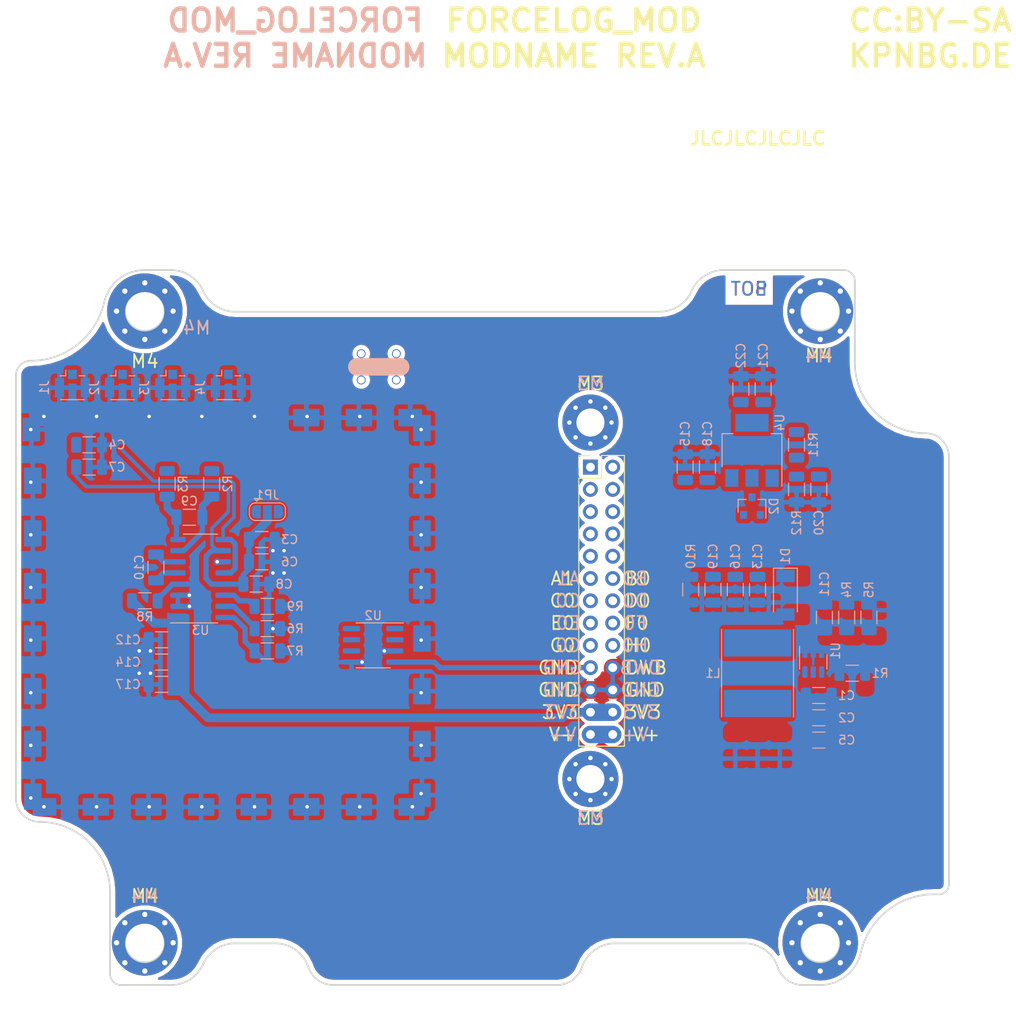
<source format=kicad_pcb>
(kicad_pcb (version 20171130) (host pcbnew 5.1.9)
  (layers (0 F.Cu signal) (31 B.Cu signal) (34 B.Paste user) (35 F.Paste user) (36 B.SilkS user) (37 F.SilkS user) (38 B.Mask user) (39 F.Mask user) (44 Edge.Cuts user))
  (net 0 "")
  (net 1 GND)
  (net 2 /DQ)
  (net 3 +3V3)
  (net 4 "Net-(H1-Pad1)")
  (net 5 "Net-(H2-Pad1)")
  (net 6 "Net-(H4-Pad1)")
  (net 7 "Net-(H5-Pad1)")
  (net 8 "Net-(H6-Pad1)")
  (net 9 V+)
  (net 10 "Net-(H7-Pad1)")
  (net 11 /E+)
  (net 12 "Net-(C9-Pad2)")
  (net 13 "Net-(C9-Pad1)")
  (net 14 "Net-(C10-Pad2)")
  (net 15 "Net-(C10-Pad1)")
  (net 16 "Net-(C11-Pad2)")
  (net 17 +9V)
  (net 18 "Net-(C20-Pad1)")
  (net 19 +5VA)
  (net 20 "Net-(D1-Pad2)")
  (net 21 /E-)
  (net 22 /S-)
  (net 23 /S+)
  (net 24 /PDWN)
  (net 25 /SPEED)
  (net 26 /SCLK)
  (net 27 /DOUT)
  (net 28 /EN)
  (module Package_TO_SOT_SMD:SOT-223-3_TabPin2 (layer B.Cu) (at 127.908841 88.770209 90)
    (fp_text reference U4 (at 3.175 3.175 270) (layer B.SilkS) (effects (justify mirror)))
    (fp_text value LM317_SOT-223)
    (pad 1 smd rect (at -3.15 2.3 90) (size 2 1.5) (layers B.Cu B.Paste B.Mask) (net 18 "Net-(C20-Pad1)"))
    (pad 3 smd rect (at -3.15 -2.3 90) (size 2 1.5) (layers B.Cu B.Paste B.Mask) (net 17 +9V))
    (pad 2 smd rect (at -3.15 0 90) (size 2 1.5) (layers B.Cu B.Paste B.Mask) (net 19 +5VA))
    (pad 2 smd rect (at 3.15 0 90) (size 2 3.8) (layers B.Cu B.Paste B.Mask) (net 19 +5VA))
  )
  (module Package_SO:SO-16_3.9x9.9mm_P1.27mm (layer B.Cu) (at 65.043841 103.375209)
    (fp_text reference U3 (at 0 5.9) (layer B.SilkS) (effects (justify mirror)))
    (fp_text value ads1231)
    (pad 16 smd roundrect (at 2.575 4.445) (size 1.75 0.6) (layers B.Cu B.Paste B.Mask) (net 27 /DOUT))
    (pad 15 smd roundrect (at 2.575 3.175) (size 1.75 0.6) (layers B.Cu B.Paste B.Mask) (net 26 /SCLK))
    (pad 14 smd roundrect (at 2.575 1.905) (size 1.75 0.6) (layers B.Cu B.Paste B.Mask) (net 24 /PDWN))
    (pad 13 smd roundrect (at 2.575 0.635) (size 1.75 0.6) (layers B.Cu B.Paste B.Mask) (net 11 /E+))
    (pad 12 smd roundrect (at 2.575 -0.635) (size 1.75 0.6) (layers B.Cu B.Paste B.Mask) (net 21 /E-))
    (pad 11 smd roundrect (at 2.575 -1.905) (size 1.75 0.6) (layers B.Cu B.Paste B.Mask) (net 1 GND))
    (pad 10 smd roundrect (at 2.575 -3.175) (size 1.75 0.6) (layers B.Cu B.Paste B.Mask) (net 11 /E+))
    (pad 9 smd roundrect (at 2.575 -4.445) (size 1.75 0.6) (layers B.Cu B.Paste B.Mask) (net 21 /E-))
    (pad 8 smd roundrect (at -2.575 -4.445) (size 1.75 0.6) (layers B.Cu B.Paste B.Mask) (net 12 "Net-(C9-Pad2)"))
    (pad 7 smd roundrect (at -2.575 -3.175) (size 1.75 0.6) (layers B.Cu B.Paste B.Mask) (net 13 "Net-(C9-Pad1)"))
    (pad 6 smd roundrect (at -2.575 -1.905) (size 1.75 0.6) (layers B.Cu B.Paste B.Mask) (net 14 "Net-(C10-Pad2)"))
    (pad 5 smd roundrect (at -2.575 -0.635) (size 1.75 0.6) (layers B.Cu B.Paste B.Mask) (net 15 "Net-(C10-Pad1)"))
    (pad 4 smd roundrect (at -2.575 0.635) (size 1.75 0.6) (layers B.Cu B.Paste B.Mask) (net 25 /SPEED))
    (pad 3 smd roundrect (at -2.575 1.905) (size 1.75 0.6) (layers B.Cu B.Paste B.Mask) (net 1 GND))
    (pad 2 smd roundrect (at -2.575 3.175) (size 1.75 0.6) (layers B.Cu B.Paste B.Mask) (net 1 GND))
    (pad 1 smd roundrect (at -2.575 4.445) (size 1.75 0.6) (layers B.Cu B.Paste B.Mask) (net 3 +3V3))
  )
  (module Package_TO_SOT_SMD:SOT-23-6 (layer B.Cu) (at 134.893841 112.900209 270)
    (fp_text reference U1 (at -1.27 -2.54 90) (layer B.SilkS) (effects (justify mirror)))
    (fp_text value MT3608)
    (pad 6 smd roundrect (at 1.1375 0.95 270) (size 1.325 0.6) (layers B.Cu B.Paste B.Mask))
    (pad 5 smd roundrect (at 1.1375 0 270) (size 1.325 0.6) (layers B.Cu B.Paste B.Mask) (net 9 V+))
    (pad 4 smd roundrect (at 1.1375 -0.95 270) (size 1.325 0.6) (layers B.Cu B.Paste B.Mask) (net 28 /EN))
    (pad 3 smd roundrect (at -1.1375 -0.95 270) (size 1.325 0.6) (layers B.Cu B.Paste B.Mask) (net 16 "Net-(C11-Pad2)"))
    (pad 2 smd roundrect (at -1.1375 0 270) (size 1.325 0.6) (layers B.Cu B.Paste B.Mask) (net 1 GND))
    (pad 1 smd roundrect (at -1.1375 0.95 270) (size 1.325 0.6) (layers B.Cu B.Paste B.Mask) (net 20 "Net-(D1-Pad2)"))
  )
  (module Resistor_SMD:R_1206_3216Metric (layer B.Cu) (at 132.988841 93.215209 270)
    (fp_text reference R12 (at 3.81 0 270) (layer B.SilkS) (effects (justify mirror)))
    (fp_text value 1k)
    (pad 2 smd roundrect (at 1.4625 0 270) (size 1.125 1.75) (layers B.Cu B.Paste B.Mask) (roundrect_rratio 0.222222) (net 1 GND))
    (pad 1 smd roundrect (at -1.4625 0 270) (size 1.125 1.75) (layers B.Cu B.Paste B.Mask) (roundrect_rratio 0.222222) (net 18 "Net-(C20-Pad1)"))
  )
  (module Resistor_SMD:R_1206_3216Metric (layer B.Cu) (at 132.988841 88.135209 270)
    (fp_text reference R11 (at 0 -1.905 270) (layer B.SilkS) (effects (justify mirror)))
    (fp_text value 330)
    (pad 2 smd roundrect (at 1.4625 0 270) (size 1.125 1.75) (layers B.Cu B.Paste B.Mask) (roundrect_rratio 0.222222) (net 18 "Net-(C20-Pad1)"))
    (pad 1 smd roundrect (at -1.4625 0 270) (size 1.125 1.75) (layers B.Cu B.Paste B.Mask) (roundrect_rratio 0.222222) (net 19 +5VA))
  )
  (module Resistor_SMD:R_1206_3216Metric (layer B.Cu) (at 120.923841 104.645209 270)
    (fp_text reference R10 (at -3.81 0 90) (layer B.SilkS) (effects (justify mirror)))
    (fp_text value 1k)
    (pad 2 smd roundrect (at 1.4625 0 270) (size 1.125 1.75) (layers B.Cu B.Paste B.Mask) (roundrect_rratio 0.222222) (net 1 GND))
    (pad 1 smd roundrect (at -1.4625 0 270) (size 1.125 1.75) (layers B.Cu B.Paste B.Mask) (roundrect_rratio 0.222222) (net 17 +9V))
  )
  (module Resistor_SMD:R_1206_3216Metric (layer B.Cu) (at 72.663841 106.550209 180)
    (fp_text reference R9 (at -3.175 0) (layer B.SilkS) (effects (justify mirror)))
    (fp_text value 10k)
    (pad 2 smd roundrect (at 1.4625 0 180) (size 1.125 1.75) (layers B.Cu B.Paste B.Mask) (roundrect_rratio 0.222222) (net 24 /PDWN))
    (pad 1 smd roundrect (at -1.4625 0 180) (size 1.125 1.75) (layers B.Cu B.Paste B.Mask) (roundrect_rratio 0.222222) (net 3 +3V3))
  )
  (module Resistor_SMD:R_1206_3216Metric (layer B.Cu) (at 58.693841 105.915209)
    (fp_text reference R8 (at 0 1.82) (layer B.SilkS) (effects (justify mirror)))
    (fp_text value 10k)
    (pad 2 smd roundrect (at 1.4625 0) (size 1.125 1.75) (layers B.Cu B.Paste B.Mask) (roundrect_rratio 0.222222) (net 25 /SPEED))
    (pad 1 smd roundrect (at -1.4625 0) (size 1.125 1.75) (layers B.Cu B.Paste B.Mask) (roundrect_rratio 0.222222) (net 3 +3V3))
  )
  (module Resistor_SMD:R_1206_3216Metric (layer B.Cu) (at 72.663841 111.630209 180)
    (fp_text reference R7 (at -3.175 0) (layer B.SilkS) (effects (justify mirror)))
    (fp_text value 10k)
    (pad 2 smd roundrect (at 1.4625 0 180) (size 1.125 1.75) (layers B.Cu B.Paste B.Mask) (roundrect_rratio 0.222222) (net 27 /DOUT))
    (pad 1 smd roundrect (at -1.4625 0 180) (size 1.125 1.75) (layers B.Cu B.Paste B.Mask) (roundrect_rratio 0.222222) (net 3 +3V3))
  )
  (module Resistor_SMD:R_1206_3216Metric (layer B.Cu) (at 72.663841 109.090209 180)
    (fp_text reference R6 (at -3.175 0) (layer B.SilkS) (effects (justify mirror)))
    (fp_text value 10k)
    (pad 2 smd roundrect (at 1.4625 0 180) (size 1.125 1.75) (layers B.Cu B.Paste B.Mask) (roundrect_rratio 0.222222) (net 26 /SCLK))
    (pad 1 smd roundrect (at -1.4625 0 180) (size 1.125 1.75) (layers B.Cu B.Paste B.Mask) (roundrect_rratio 0.222222) (net 1 GND))
  )
  (module Resistor_SMD:R_1206_3216Metric (layer B.Cu) (at 141.243841 107.820209 90)
    (fp_text reference R5 (at 3.175 0 270) (layer B.SilkS) (effects (justify mirror)))
    (fp_text value 9k1)
    (pad 2 smd roundrect (at 1.4625 0 90) (size 1.125 1.75) (layers B.Cu B.Paste B.Mask) (roundrect_rratio 0.222222) (net 1 GND))
    (pad 1 smd roundrect (at -1.4625 0 90) (size 1.125 1.75) (layers B.Cu B.Paste B.Mask) (roundrect_rratio 0.222222) (net 16 "Net-(C11-Pad2)"))
  )
  (module Resistor_SMD:R_1206_3216Metric (layer B.Cu) (at 138.703841 107.820209 270)
    (fp_text reference R4 (at -3.175 0 270) (layer B.SilkS) (effects (justify mirror)))
    (fp_text value 130k)
    (pad 2 smd roundrect (at 1.4625 0 270) (size 1.125 1.75) (layers B.Cu B.Paste B.Mask) (roundrect_rratio 0.222222) (net 16 "Net-(C11-Pad2)"))
    (pad 1 smd roundrect (at -1.4625 0 270) (size 1.125 1.75) (layers B.Cu B.Paste B.Mask) (roundrect_rratio 0.222222) (net 17 +9V))
  )
  (module Resistor_SMD:R_1206_3216Metric (layer B.Cu) (at 61.233841 92.580209 90)
    (fp_text reference R3 (at 0 1.82 -90) (layer B.SilkS) (effects (justify mirror)))
    (fp_text value 100)
    (pad 2 smd roundrect (at 1.4625 0 90) (size 1.125 1.75) (layers B.Cu B.Paste B.Mask) (roundrect_rratio 0.222222) (net 22 /S-))
    (pad 1 smd roundrect (at -1.4625 0 90) (size 1.125 1.75) (layers B.Cu B.Paste B.Mask) (roundrect_rratio 0.222222) (net 12 "Net-(C9-Pad2)"))
  )
  (module Resistor_SMD:R_1206_3216Metric (layer B.Cu) (at 66.313841 92.580209 90)
    (fp_text reference R2 (at 0 1.82 -90) (layer B.SilkS) (effects (justify mirror)))
    (fp_text value 100)
    (pad 2 smd roundrect (at 1.4625 0 90) (size 1.125 1.75) (layers B.Cu B.Paste B.Mask) (roundrect_rratio 0.222222) (net 23 /S+))
    (pad 1 smd roundrect (at -1.4625 0 90) (size 1.125 1.75) (layers B.Cu B.Paste B.Mask) (roundrect_rratio 0.222222) (net 13 "Net-(C9-Pad1)"))
  )
  (module Resistor_SMD:R_1206_3216Metric (layer B.Cu) (at 139.338841 114.170209 180)
    (fp_text reference R1 (at -3.175 0) (layer B.SilkS) (effects (justify mirror)))
    (fp_text value 51k)
    (pad 2 smd roundrect (at 1.4625 0 180) (size 1.125 1.75) (layers B.Cu B.Paste B.Mask) (roundrect_rratio 0.222222) (net 28 /EN))
    (pad 1 smd roundrect (at -1.4625 0 180) (size 1.125 1.75) (layers B.Cu B.Paste B.Mask) (roundrect_rratio 0.222222) (net 9 V+))
  )
  (module Inductor_SMD:L_Taiyo-Yuden_NR-80xx_HandSoldering (layer B.Cu) (at 128.543841 114.170209 90)
    (fp_text reference L1 (at 0 -5.08 180) (layer B.SilkS) (effects (justify mirror)))
    (fp_text value 10u)
    (pad 2 smd rect (at 3.45 0 90) (size 3.1 7.7) (layers B.Cu B.Paste B.Mask) (net 20 "Net-(D1-Pad2)"))
    (pad 1 smd rect (at -3.45 0 90) (size 3.1 7.7) (layers B.Cu B.Paste B.Mask) (net 9 V+))
  )
  (module Jumper:SolderJumper-3_P1.3mm_Open_RoundedPad1.0x1.5mm (layer B.Cu) (at 72.663841 95.755209)
    (fp_text reference JP1 (at 0 -1.905) (layer B.SilkS) (effects (justify mirror)))
    (fp_text value SolderJumper_3_Open)
    (pad 2 smd rect (at 0 0) (size 1 1.5) (layers B.Cu B.Mask) (net 11 /E+))
    (pad 3 smd custom (at 1.3 0) (size 1 0.5) (layers B.Cu B.Mask) (net 3 +3V3) (options (clearance outline) (anchor rect)) (primitives (gr_circle (center 0 -0.25) (end 0.5 -0.25) (width 0)) (gr_circle (center 0 0.25) (end 0.5 0.25) (width 0)) (gr_poly (pts (xy -0.55 0.75) (xy 0 0.75) (xy 0 -0.75) (xy -0.55 -0.75)) (width 0))))
    (pad 1 smd custom (at -1.3 0) (size 1 0.5) (layers B.Cu B.Mask) (net 19 +5VA) (options (clearance outline) (anchor rect)) (primitives (gr_circle (center 0 -0.25) (end 0.5 -0.25) (width 0)) (gr_circle (center 0 0.25) (end 0.5 0.25) (width 0)) (gr_poly (pts (xy 0.55 0.75) (xy 0 0.75) (xy 0 -0.75) (xy 0.55 -0.75)) (width 0))))
  )
  (module Connector_Coaxial:U.FL_Hirose_U.FL-R-SMT-1_Vertical (layer B.Cu) (at 68.218841 81.150209 270)
    (fp_text reference J4 (at 0.475 3.2 270) (layer B.SilkS) (effects (justify mirror)))
    (fp_text value Conn_Coaxial)
    (pad 2 smd rect (at 0.475 1.475 270) (size 2.2 1.05) (layers B.Cu B.Paste B.Mask) (net 1 GND))
    (pad 1 smd rect (at -1.05 0 270) (size 1.05 1) (layers B.Cu B.Paste B.Mask) (net 23 /S+))
    (pad 2 smd rect (at 0.475 -1.475 270) (size 2.2 1.05) (layers B.Cu B.Paste B.Mask) (net 1 GND))
  )
  (module Connector_Coaxial:U.FL_Hirose_U.FL-R-SMT-1_Vertical (layer B.Cu) (at 61.868841 81.150209 270)
    (fp_text reference J3 (at 0.475 3.2 270) (layer B.SilkS) (effects (justify mirror)))
    (fp_text value Conn_Coaxial)
    (pad 2 smd rect (at 0.475 1.475 270) (size 2.2 1.05) (layers B.Cu B.Paste B.Mask) (net 1 GND))
    (pad 1 smd rect (at -1.05 0 270) (size 1.05 1) (layers B.Cu B.Paste B.Mask) (net 22 /S-))
    (pad 2 smd rect (at 0.475 -1.475 270) (size 2.2 1.05) (layers B.Cu B.Paste B.Mask) (net 1 GND))
  )
  (module Connector_Coaxial:U.FL_Hirose_U.FL-R-SMT-1_Vertical (layer B.Cu) (at 56.153841 81.150209 270)
    (fp_text reference J2 (at 0.475 3.2 270) (layer B.SilkS) (effects (justify mirror)))
    (fp_text value Conn_Coaxial)
    (pad 2 smd rect (at 0.475 1.475 270) (size 2.2 1.05) (layers B.Cu B.Paste B.Mask) (net 1 GND))
    (pad 1 smd rect (at -1.05 0 270) (size 1.05 1) (layers B.Cu B.Paste B.Mask) (net 21 /E-))
    (pad 2 smd rect (at 0.475 -1.475 270) (size 2.2 1.05) (layers B.Cu B.Paste B.Mask) (net 1 GND))
  )
  (module Connector_Coaxial:U.FL_Hirose_U.FL-R-SMT-1_Vertical (layer B.Cu) (at 50.438841 81.150209 270)
    (fp_text reference J1 (at 0.475 3.2 270) (layer B.SilkS) (effects (justify mirror)))
    (fp_text value Conn_Coaxial)
    (pad 2 smd rect (at 0.475 1.475 270) (size 2.2 1.05) (layers B.Cu B.Paste B.Mask) (net 1 GND))
    (pad 1 smd rect (at -1.05 0 270) (size 1.05 1) (layers B.Cu B.Paste B.Mask) (net 11 /E+))
    (pad 2 smd rect (at 0.475 -1.475 270) (size 2.2 1.05) (layers B.Cu B.Paste B.Mask) (net 1 GND))
  )
  (module custom_mounting:cableclamp_4x1.13_coax_bundled (layer B.Cu) (at 85.363841 79.245209)
    (fp_text reference H3 hide)
    (fp_text value MountingHole)
    (pad "" thru_hole circle (at 2 -1.5) (size 1 1) (drill 0.8) (layers *.Cu *.Mask))
    (pad "" thru_hole circle (at 2 1.5) (size 1 1) (drill 0.8) (layers *.Cu *.Mask))
    (pad "" thru_hole circle (at -2 1.5) (size 1 1) (drill 0.8) (layers *.Cu *.Mask))
    (pad "" thru_hole circle (at -2 -1.5) (size 1 1) (drill 0.8) (layers *.Cu *.Mask))
  )
  (module Package_TO_SOT_SMD:SOT-23 (layer B.Cu) (at 127.908841 95.120209 90)
    (fp_text reference D2 (at 0 2.5 270) (layer B.SilkS) (effects (justify mirror)))
    (fp_text value D_Dual_Series_AKC)
    (pad 3 smd rect (at 1 0 90) (size 0.9 0.8) (layers B.Cu B.Paste B.Mask) (net 19 +5VA))
    (pad 2 smd rect (at -1 -0.95 90) (size 0.9 0.8) (layers B.Cu B.Paste B.Mask) (net 17 +9V))
    (pad 1 smd rect (at -1 0.95 90) (size 0.9 0.8) (layers B.Cu B.Paste B.Mask) (net 18 "Net-(C20-Pad1)"))
  )
  (module Diode_SMD:D_SOD-128 (layer B.Cu) (at 131.718841 105.280209 270)
    (fp_text reference D1 (at -4.445 0 90) (layer B.SilkS) (effects (justify mirror)))
    (fp_text value PMEG3030EP,115)
    (pad 2 smd rect (at 2.2 0 270) (size 1.4 2.1) (layers B.Cu B.Paste B.Mask) (net 20 "Net-(D1-Pad2)"))
    (pad 1 smd rect (at -2.2 0 270) (size 1.4 2.1) (layers B.Cu B.Paste B.Mask) (net 17 +9V))
  )
  (module Capacitor_SMD:C_1206_3216Metric (layer B.Cu) (at 126.638841 81.785209 90)
    (fp_text reference C22 (at 3.81 0 270) (layer B.SilkS) (effects (justify mirror)))
    (fp_text value 10u)
    (pad 2 smd roundrect (at 1.475 0 90) (size 1.15 1.8) (layers B.Cu B.Paste B.Mask) (roundrect_rratio 0.217391) (net 1 GND))
    (pad 1 smd roundrect (at -1.475 0 90) (size 1.15 1.8) (layers B.Cu B.Paste B.Mask) (roundrect_rratio 0.217391) (net 19 +5VA))
  )
  (module Capacitor_SMD:C_1206_3216Metric (layer B.Cu) (at 129.178841 81.785209 90)
    (fp_text reference C21 (at 3.81 0 270) (layer B.SilkS) (effects (justify mirror)))
    (fp_text value 100n)
    (pad 2 smd roundrect (at 1.475 0 90) (size 1.15 1.8) (layers B.Cu B.Paste B.Mask) (roundrect_rratio 0.217391) (net 1 GND))
    (pad 1 smd roundrect (at -1.475 0 90) (size 1.15 1.8) (layers B.Cu B.Paste B.Mask) (roundrect_rratio 0.217391) (net 19 +5VA))
  )
  (module Capacitor_SMD:C_1206_3216Metric (layer B.Cu) (at 135.528841 93.215209 270)
    (fp_text reference C20 (at 3.81 0 270) (layer B.SilkS) (effects (justify mirror)))
    (fp_text value 10n)
    (pad 2 smd roundrect (at 1.475 0 270) (size 1.15 1.8) (layers B.Cu B.Paste B.Mask) (roundrect_rratio 0.217391) (net 1 GND))
    (pad 1 smd roundrect (at -1.475 0 270) (size 1.15 1.8) (layers B.Cu B.Paste B.Mask) (roundrect_rratio 0.217391) (net 18 "Net-(C20-Pad1)"))
  )
  (module Capacitor_SMD:C_1206_3216Metric (layer B.Cu) (at 123.463841 104.645209 270)
    (fp_text reference C19 (at -3.81 0 90) (layer B.SilkS) (effects (justify mirror)))
    (fp_text value 100u)
    (pad 2 smd roundrect (at 1.475 0 270) (size 1.15 1.8) (layers B.Cu B.Paste B.Mask) (roundrect_rratio 0.217391) (net 1 GND))
    (pad 1 smd roundrect (at -1.475 0 270) (size 1.15 1.8) (layers B.Cu B.Paste B.Mask) (roundrect_rratio 0.217391) (net 17 +9V))
  )
  (module Capacitor_SMD:C_1206_3216Metric (layer B.Cu) (at 122.828841 90.675209 90)
    (fp_text reference C18 (at 3.81 0 270) (layer B.SilkS) (effects (justify mirror)))
    (fp_text value 100n)
    (pad 2 smd roundrect (at 1.475 0 90) (size 1.15 1.8) (layers B.Cu B.Paste B.Mask) (roundrect_rratio 0.217391) (net 1 GND))
    (pad 1 smd roundrect (at -1.475 0 90) (size 1.15 1.8) (layers B.Cu B.Paste B.Mask) (roundrect_rratio 0.217391) (net 17 +9V))
  )
  (module Capacitor_SMD:C_1206_3216Metric (layer B.Cu) (at 60.598841 115.440209 180)
    (fp_text reference C17 (at 3.81 0) (layer B.SilkS) (effects (justify mirror)))
    (fp_text value 47u)
    (pad 2 smd roundrect (at 1.475 0 180) (size 1.15 1.8) (layers B.Cu B.Paste B.Mask) (roundrect_rratio 0.217391) (net 1 GND))
    (pad 1 smd roundrect (at -1.475 0 180) (size 1.15 1.8) (layers B.Cu B.Paste B.Mask) (roundrect_rratio 0.217391) (net 3 +3V3))
  )
  (module Capacitor_SMD:C_1206_3216Metric (layer B.Cu) (at 126.003841 104.645209 270)
    (fp_text reference C16 (at -3.81 0 90) (layer B.SilkS) (effects (justify mirror)))
    (fp_text value 10u)
    (pad 2 smd roundrect (at 1.475 0 270) (size 1.15 1.8) (layers B.Cu B.Paste B.Mask) (roundrect_rratio 0.217391) (net 1 GND))
    (pad 1 smd roundrect (at -1.475 0 270) (size 1.15 1.8) (layers B.Cu B.Paste B.Mask) (roundrect_rratio 0.217391) (net 17 +9V))
  )
  (module Capacitor_SMD:C_1206_3216Metric (layer B.Cu) (at 120.288841 90.675209 90)
    (fp_text reference C15 (at 3.81 0 270) (layer B.SilkS) (effects (justify mirror)))
    (fp_text value 10u)
    (pad 2 smd roundrect (at 1.475 0 90) (size 1.15 1.8) (layers B.Cu B.Paste B.Mask) (roundrect_rratio 0.217391) (net 1 GND))
    (pad 1 smd roundrect (at -1.475 0 90) (size 1.15 1.8) (layers B.Cu B.Paste B.Mask) (roundrect_rratio 0.217391) (net 17 +9V))
  )
  (module Capacitor_SMD:C_1206_3216Metric (layer B.Cu) (at 60.598841 112.900209 180)
    (fp_text reference C14 (at 3.81 0) (layer B.SilkS) (effects (justify mirror)))
    (fp_text value 10u)
    (pad 2 smd roundrect (at 1.475 0 180) (size 1.15 1.8) (layers B.Cu B.Paste B.Mask) (roundrect_rratio 0.217391) (net 1 GND))
    (pad 1 smd roundrect (at -1.475 0 180) (size 1.15 1.8) (layers B.Cu B.Paste B.Mask) (roundrect_rratio 0.217391) (net 3 +3V3))
  )
  (module Capacitor_SMD:C_1206_3216Metric (layer B.Cu) (at 128.543841 104.645209 270)
    (fp_text reference C13 (at -3.81 0 90) (layer B.SilkS) (effects (justify mirror)))
    (fp_text value 100n)
    (pad 2 smd roundrect (at 1.475 0 270) (size 1.15 1.8) (layers B.Cu B.Paste B.Mask) (roundrect_rratio 0.217391) (net 1 GND))
    (pad 1 smd roundrect (at -1.475 0 270) (size 1.15 1.8) (layers B.Cu B.Paste B.Mask) (roundrect_rratio 0.217391) (net 17 +9V))
  )
  (module Capacitor_SMD:C_1206_3216Metric (layer B.Cu) (at 60.598841 110.360209 180)
    (fp_text reference C12 (at 3.81 0) (layer B.SilkS) (effects (justify mirror)))
    (fp_text value 100n)
    (pad 2 smd roundrect (at 1.475 0 180) (size 1.15 1.8) (layers B.Cu B.Paste B.Mask) (roundrect_rratio 0.217391) (net 1 GND))
    (pad 1 smd roundrect (at -1.475 0 180) (size 1.15 1.8) (layers B.Cu B.Paste B.Mask) (roundrect_rratio 0.217391) (net 3 +3V3))
  )
  (module Capacitor_SMD:C_1206_3216Metric (layer B.Cu) (at 136.163841 107.820209 270)
    (fp_text reference C11 (at -3.81 0 270) (layer B.SilkS) (effects (justify mirror)))
    (fp_text value 330p)
    (pad 2 smd roundrect (at 1.475 0 270) (size 1.15 1.8) (layers B.Cu B.Paste B.Mask) (roundrect_rratio 0.217391) (net 16 "Net-(C11-Pad2)"))
    (pad 1 smd roundrect (at -1.475 0 270) (size 1.15 1.8) (layers B.Cu B.Paste B.Mask) (roundrect_rratio 0.217391) (net 17 +9V))
  )
  (module Capacitor_SMD:C_1206_3216Metric (layer B.Cu) (at 59.963841 102.105209 90)
    (fp_text reference C10 (at 0 -1.905 -90) (layer B.SilkS) (effects (justify mirror)))
    (fp_text value 100n)
    (pad 2 smd roundrect (at 1.475 0 90) (size 1.15 1.8) (layers B.Cu B.Paste B.Mask) (roundrect_rratio 0.217391) (net 14 "Net-(C10-Pad2)"))
    (pad 1 smd roundrect (at -1.475 0 90) (size 1.15 1.8) (layers B.Cu B.Paste B.Mask) (roundrect_rratio 0.217391) (net 15 "Net-(C10-Pad1)"))
  )
  (module Capacitor_SMD:C_1206_3216Metric (layer B.Cu) (at 63.773841 96.390209 180)
    (fp_text reference C9 (at 0 1.85) (layer B.SilkS) (effects (justify mirror)))
    (fp_text value 100n)
    (pad 2 smd roundrect (at 1.475 0 180) (size 1.15 1.8) (layers B.Cu B.Paste B.Mask) (roundrect_rratio 0.217391) (net 12 "Net-(C9-Pad2)"))
    (pad 1 smd roundrect (at -1.475 0 180) (size 1.15 1.8) (layers B.Cu B.Paste B.Mask) (roundrect_rratio 0.217391) (net 13 "Net-(C9-Pad1)"))
  )
  (module Capacitor_SMD:C_1206_3216Metric (layer B.Cu) (at 71.393841 104.010209)
    (fp_text reference C8 (at 3.175 0) (layer B.SilkS) (effects (justify mirror)))
    (fp_text value 100n)
    (pad 2 smd roundrect (at 1.475 0) (size 1.15 1.8) (layers B.Cu B.Paste B.Mask) (roundrect_rratio 0.217391) (net 1 GND))
    (pad 1 smd roundrect (at -1.475 0) (size 1.15 1.8) (layers B.Cu B.Paste B.Mask) (roundrect_rratio 0.217391) (net 11 /E+))
  )
  (module Capacitor_SMD:C_1206_3216Metric (layer B.Cu) (at 52.343841 90.675209)
    (fp_text reference C7 (at 3.175 0) (layer B.SilkS) (effects (justify mirror)))
    (fp_text value 10u)
    (pad 2 smd roundrect (at 1.475 0) (size 1.15 1.8) (layers B.Cu B.Paste B.Mask) (roundrect_rratio 0.217391) (net 1 GND))
    (pad 1 smd roundrect (at -1.475 0) (size 1.15 1.8) (layers B.Cu B.Paste B.Mask) (roundrect_rratio 0.217391) (net 11 /E+))
  )
  (module Capacitor_SMD:C_1206_3216Metric (layer B.Cu) (at 72.028841 101.470209)
    (fp_text reference C6 (at 3.175 0) (layer B.SilkS) (effects (justify mirror)))
    (fp_text value 10u)
    (pad 2 smd roundrect (at 1.475 0) (size 1.15 1.8) (layers B.Cu B.Paste B.Mask) (roundrect_rratio 0.217391) (net 1 GND))
    (pad 1 smd roundrect (at -1.475 0) (size 1.15 1.8) (layers B.Cu B.Paste B.Mask) (roundrect_rratio 0.217391) (net 11 /E+))
  )
  (module Capacitor_SMD:C_1206_3216Metric (layer B.Cu) (at 135.528841 121.790209)
    (fp_text reference C5 (at 3.175 0) (layer B.SilkS) (effects (justify mirror)))
    (fp_text value 100u)
    (pad 2 smd roundrect (at 1.475 0) (size 1.15 1.8) (layers B.Cu B.Paste B.Mask) (roundrect_rratio 0.217391) (net 1 GND))
    (pad 1 smd roundrect (at -1.475 0) (size 1.15 1.8) (layers B.Cu B.Paste B.Mask) (roundrect_rratio 0.217391) (net 9 V+))
  )
  (module Capacitor_SMD:C_1206_3216Metric (layer B.Cu) (at 52.343841 88.135209)
    (fp_text reference C4 (at 3.175 0) (layer B.SilkS) (effects (justify mirror)))
    (fp_text value 100n)
    (pad 2 smd roundrect (at 1.475 0) (size 1.15 1.8) (layers B.Cu B.Paste B.Mask) (roundrect_rratio 0.217391) (net 1 GND))
    (pad 1 smd roundrect (at -1.475 0) (size 1.15 1.8) (layers B.Cu B.Paste B.Mask) (roundrect_rratio 0.217391) (net 11 /E+))
  )
  (module Capacitor_SMD:C_1206_3216Metric (layer B.Cu) (at 72.028841 98.930209)
    (fp_text reference C3 (at 3.175 0) (layer B.SilkS) (effects (justify mirror)))
    (fp_text value 47u)
    (pad 2 smd roundrect (at 1.475 0) (size 1.15 1.8) (layers B.Cu B.Paste B.Mask) (roundrect_rratio 0.217391) (net 1 GND))
    (pad 1 smd roundrect (at -1.475 0) (size 1.15 1.8) (layers B.Cu B.Paste B.Mask) (roundrect_rratio 0.217391) (net 11 /E+))
  )
  (module Capacitor_SMD:C_1206_3216Metric (layer B.Cu) (at 135.528841 119.250209)
    (fp_text reference C2 (at 3.175 0) (layer B.SilkS) (effects (justify mirror)))
    (fp_text value 10u)
    (pad 2 smd roundrect (at 1.475 0) (size 1.15 1.8) (layers B.Cu B.Paste B.Mask) (roundrect_rratio 0.217391) (net 1 GND))
    (pad 1 smd roundrect (at -1.475 0) (size 1.15 1.8) (layers B.Cu B.Paste B.Mask) (roundrect_rratio 0.217391) (net 9 V+))
  )
  (module Capacitor_SMD:C_1206_3216Metric (layer B.Cu) (at 135.528841 116.710209)
    (fp_text reference C1 (at 3.175 0) (layer B.SilkS) (effects (justify mirror)))
    (fp_text value 100n)
    (pad 2 smd roundrect (at 1.475 0) (size 1.15 1.8) (layers B.Cu B.Paste B.Mask) (roundrect_rratio 0.217391) (net 1 GND))
    (pad 1 smd roundrect (at -1.475 0) (size 1.15 1.8) (layers B.Cu B.Paste B.Mask) (roundrect_rratio 0.217391) (net 9 V+))
  )
  (module shields_rf:Shield_TE2118726-2 (layer B.Cu) (at 68.103841 107.225209)
    (fp_text reference J5 hide)
    (fp_text value RFShield_TwoPieces)
    (pad 1 smd rect (at 14.995 22.185 90) (size 2 3) (layers B.Cu B.Paste B.Mask) (net 1 GND))
    (pad 1 smd rect (at -2.995 22.185 90) (size 2 3) (layers B.Cu B.Paste B.Mask) (net 1 GND))
    (pad 1 smd rect (at -14.995 22.185 90) (size 2 3) (layers B.Cu B.Paste B.Mask) (net 1 GND))
    (pad 1 smd rect (at 2.995 22.185 90) (size 2 3) (layers B.Cu B.Paste B.Mask) (net 1 GND))
    (pad 1 smd rect (at -8.995 22.185 90) (size 2 3) (layers B.Cu B.Paste B.Mask) (net 1 GND))
    (pad 1 smd rect (at -20.84 22.185 90) (size 2 2.69) (layers B.Cu B.Paste B.Mask) (net 1 GND))
    (pad 1 smd rect (at 8.995 22.185 90) (size 2 3) (layers B.Cu B.Paste B.Mask) (net 1 GND))
    (pad 1 smd rect (at 20.995 22.185 90) (size 2 3) (layers B.Cu B.Paste B.Mask) (net 1 GND))
    (pad 1 smd rect (at 22.185 14.995 180) (size 2 3) (layers B.Cu B.Paste B.Mask) (net 1 GND))
    (pad 1 smd rect (at 22.185 -2.995 180) (size 2 3) (layers B.Cu B.Paste B.Mask) (net 1 GND))
    (pad 1 smd rect (at 22.185 20.84 180) (size 2 2.69) (layers B.Cu B.Paste B.Mask) (net 1 GND))
    (pad 1 smd rect (at 22.185 -8.995 180) (size 2 3) (layers B.Cu B.Paste B.Mask) (net 1 GND))
    (pad 1 smd rect (at 22.185 8.995 180) (size 2 3) (layers B.Cu B.Paste B.Mask) (net 1 GND))
    (pad 1 smd rect (at 22.185 -20.995 180) (size 2 3) (layers B.Cu B.Paste B.Mask) (net 1 GND))
    (pad 1 smd rect (at 22.185 -14.995 180) (size 2 3) (layers B.Cu B.Paste B.Mask) (net 1 GND))
    (pad 1 smd rect (at 22.185 2.995 180) (size 2 3) (layers B.Cu B.Paste B.Mask) (net 1 GND))
    (pad 1 smd rect (at -20.995 -22.185 270) (size 2 3) (layers B.Cu B.Paste B.Mask) (net 1 GND))
    (pad 1 smd rect (at 20.84 -22.185 270) (size 2 2.69) (layers B.Cu B.Paste B.Mask) (net 1 GND))
    (pad 1 smd rect (at -14.995 -22.185 270) (size 2 3) (layers B.Cu B.Paste B.Mask) (net 1 GND))
    (pad 1 smd rect (at -2.995 -22.185 270) (size 2 3) (layers B.Cu B.Paste B.Mask) (net 1 GND))
    (pad 1 smd rect (at 14.995 -22.185 270) (size 2 3) (layers B.Cu B.Paste B.Mask) (net 1 GND))
    (pad 1 smd rect (at 8.995 -22.185 270) (size 2 3) (layers B.Cu B.Paste B.Mask) (net 1 GND))
    (pad 1 smd rect (at 2.995 -22.185 270) (size 2 3) (layers B.Cu B.Paste B.Mask) (net 1 GND))
    (pad 1 smd rect (at -8.995 -22.185 270) (size 2 3) (layers B.Cu B.Paste B.Mask) (net 1 GND))
    (pad 1 smd rect (at -22.185 20.995) (size 2 3) (layers B.Cu B.Paste B.Mask) (net 1 GND))
    (pad 1 smd rect (at -22.185 14.995) (size 2 3) (layers B.Cu B.Paste B.Mask) (net 1 GND))
    (pad 1 smd rect (at -22.185 2.995) (size 2 3) (layers B.Cu B.Paste B.Mask) (net 1 GND))
    (pad 1 smd rect (at -22.185 8.995) (size 2 3) (layers B.Cu B.Paste B.Mask) (net 1 GND))
    (pad 1 smd rect (at -22.185 -2.995) (size 2 3) (layers B.Cu B.Paste B.Mask) (net 1 GND))
    (pad 1 smd rect (at -22.185 -8.995) (size 2 3) (layers B.Cu B.Paste B.Mask) (net 1 GND))
    (pad 1 smd rect (at -22.185 -14.995) (size 2 3) (layers B.Cu B.Paste B.Mask) (net 1 GND))
    (pad 1 smd rect (at -22.345 -20.84) (size 2 2.69) (layers B.Cu B.Paste B.Mask) (net 1 GND))
  )
  (module Connector_PinHeader_2.54mm:PinHeader_2x13_P2.54mm_Vertical (layer F.Cu) (at 109.493841 90.675209)
    (fp_text reference J7 hide)
    (fp_text value Conn_02x13_Odd_Even)
    (pad 26 thru_hole oval (at 2.54 30.48) (size 1.7 1.7) (drill 1) (layers *.Cu *.Mask) (net 9 V+))
    (pad 25 thru_hole oval (at 0 30.48) (size 1.7 1.7) (drill 1) (layers *.Cu *.Mask) (net 9 V+))
    (pad 24 thru_hole oval (at 2.54 27.94) (size 1.7 1.7) (drill 1) (layers *.Cu *.Mask) (net 3 +3V3))
    (pad 23 thru_hole oval (at 0 27.94) (size 1.7 1.7) (drill 1) (layers *.Cu *.Mask) (net 3 +3V3))
    (pad 22 thru_hole oval (at 2.54 25.4) (size 1.7 1.7) (drill 1) (layers *.Cu *.Mask) (net 1 GND))
    (pad 21 thru_hole oval (at 0 25.4) (size 1.7 1.7) (drill 1) (layers *.Cu *.Mask) (net 1 GND))
    (pad 20 thru_hole oval (at 2.54 22.86) (size 1.7 1.7) (drill 1) (layers *.Cu *.Mask) (net 1 GND))
    (pad 19 thru_hole oval (at 0 22.86) (size 1.7 1.7) (drill 1) (layers *.Cu *.Mask) (net 2 /DQ))
    (pad 18 thru_hole oval (at 2.54 20.32) (size 1.7 1.7) (drill 1) (layers *.Cu *.Mask))
    (pad 17 thru_hole oval (at 0 20.32) (size 1.7 1.7) (drill 1) (layers *.Cu *.Mask))
    (pad 16 thru_hole oval (at 2.54 17.78) (size 1.7 1.7) (drill 1) (layers *.Cu *.Mask))
    (pad 15 thru_hole oval (at 0 17.78) (size 1.7 1.7) (drill 1) (layers *.Cu *.Mask))
    (pad 14 thru_hole oval (at 2.54 15.24) (size 1.7 1.7) (drill 1) (layers *.Cu *.Mask))
    (pad 13 thru_hole oval (at 0 15.24) (size 1.7 1.7) (drill 1) (layers *.Cu *.Mask))
    (pad 12 thru_hole oval (at 2.54 12.7) (size 1.7 1.7) (drill 1) (layers *.Cu *.Mask))
    (pad 11 thru_hole oval (at 0 12.7) (size 1.7 1.7) (drill 1) (layers *.Cu *.Mask))
    (pad 10 thru_hole oval (at 2.54 10.16) (size 1.7 1.7) (drill 1) (layers *.Cu *.Mask))
    (pad 9 thru_hole oval (at 0 10.16) (size 1.7 1.7) (drill 1) (layers *.Cu *.Mask))
    (pad 8 thru_hole oval (at 2.54 7.62) (size 1.7 1.7) (drill 1) (layers *.Cu *.Mask) (net 24 /PDWN))
    (pad 7 thru_hole oval (at 0 7.62) (size 1.7 1.7) (drill 1) (layers *.Cu *.Mask))
    (pad 6 thru_hole oval (at 2.54 5.08) (size 1.7 1.7) (drill 1) (layers *.Cu *.Mask) (net 25 /SPEED))
    (pad 5 thru_hole oval (at 0 5.08) (size 1.7 1.7) (drill 1) (layers *.Cu *.Mask))
    (pad 4 thru_hole oval (at 2.54 2.54) (size 1.7 1.7) (drill 1) (layers *.Cu *.Mask) (net 26 /SCLK))
    (pad 3 thru_hole oval (at 0 2.54) (size 1.7 1.7) (drill 1) (layers *.Cu *.Mask))
    (pad 2 thru_hole oval (at 2.54 0) (size 1.7 1.7) (drill 1) (layers *.Cu *.Mask))
    (pad 1 thru_hole rect (at 0 0) (size 1.7 1.7) (drill 1) (layers *.Cu *.Mask) (net 27 /DOUT))
  )
  (module MountingHole:MountingHole_4.3mm_M4_Pad_Via (layer F.Cu) (at 135.693841 144.895209)
    (fp_text reference H7 hide)
    (fp_text value MountingHole_Pad)
    (pad 1 thru_hole circle (at 2.280419 -2.280419) (size 0.9 0.9) (drill 0.6) (layers *.Cu *.Mask) (net 10 "Net-(H7-Pad1)"))
    (pad 1 thru_hole circle (at 0 -3.225) (size 0.9 0.9) (drill 0.6) (layers *.Cu *.Mask) (net 10 "Net-(H7-Pad1)"))
    (pad 1 thru_hole circle (at -2.280419 -2.280419) (size 0.9 0.9) (drill 0.6) (layers *.Cu *.Mask) (net 10 "Net-(H7-Pad1)"))
    (pad 1 thru_hole circle (at -3.225 0) (size 0.9 0.9) (drill 0.6) (layers *.Cu *.Mask) (net 10 "Net-(H7-Pad1)"))
    (pad 1 thru_hole circle (at -2.280419 2.280419) (size 0.9 0.9) (drill 0.6) (layers *.Cu *.Mask) (net 10 "Net-(H7-Pad1)"))
    (pad 1 thru_hole circle (at 0 3.225) (size 0.9 0.9) (drill 0.6) (layers *.Cu *.Mask) (net 10 "Net-(H7-Pad1)"))
    (pad 1 thru_hole circle (at 2.280419 2.280419) (size 0.9 0.9) (drill 0.6) (layers *.Cu *.Mask) (net 10 "Net-(H7-Pad1)"))
    (pad 1 thru_hole circle (at 3.225 0) (size 0.9 0.9) (drill 0.6) (layers *.Cu *.Mask) (net 10 "Net-(H7-Pad1)"))
    (pad 1 thru_hole circle (at 0 0) (size 8.6 8.6) (drill 4.3) (layers *.Cu *.Mask) (net 10 "Net-(H7-Pad1)"))
  )
  (module MountingHole:MountingHole_4.3mm_M4_Pad_Via (layer F.Cu) (at 58.693841 144.895209)
    (fp_text reference H6 hide)
    (fp_text value MountingHole_Pad)
    (pad 1 thru_hole circle (at 2.280419 -2.280419) (size 0.9 0.9) (drill 0.6) (layers *.Cu *.Mask) (net 8 "Net-(H6-Pad1)"))
    (pad 1 thru_hole circle (at 0 -3.225) (size 0.9 0.9) (drill 0.6) (layers *.Cu *.Mask) (net 8 "Net-(H6-Pad1)"))
    (pad 1 thru_hole circle (at -2.280419 -2.280419) (size 0.9 0.9) (drill 0.6) (layers *.Cu *.Mask) (net 8 "Net-(H6-Pad1)"))
    (pad 1 thru_hole circle (at -3.225 0) (size 0.9 0.9) (drill 0.6) (layers *.Cu *.Mask) (net 8 "Net-(H6-Pad1)"))
    (pad 1 thru_hole circle (at -2.280419 2.280419) (size 0.9 0.9) (drill 0.6) (layers *.Cu *.Mask) (net 8 "Net-(H6-Pad1)"))
    (pad 1 thru_hole circle (at 0 3.225) (size 0.9 0.9) (drill 0.6) (layers *.Cu *.Mask) (net 8 "Net-(H6-Pad1)"))
    (pad 1 thru_hole circle (at 2.280419 2.280419) (size 0.9 0.9) (drill 0.6) (layers *.Cu *.Mask) (net 8 "Net-(H6-Pad1)"))
    (pad 1 thru_hole circle (at 3.225 0) (size 0.9 0.9) (drill 0.6) (layers *.Cu *.Mask) (net 8 "Net-(H6-Pad1)"))
    (pad 1 thru_hole circle (at 0 0) (size 7.5 7.5) (drill 4.3) (layers *.Cu *.Mask) (net 8 "Net-(H6-Pad1)"))
  )
  (module MountingHole:MountingHole_4.3mm_M4_Pad_Via (layer F.Cu) (at 135.693841 72.895209)
    (fp_text reference H5 hide)
    (fp_text value MountingHole_Pad)
    (pad 1 thru_hole circle (at 2.280419 -2.280419) (size 0.9 0.9) (drill 0.6) (layers *.Cu *.Mask) (net 7 "Net-(H5-Pad1)"))
    (pad 1 thru_hole circle (at 0 -3.225) (size 0.9 0.9) (drill 0.6) (layers *.Cu *.Mask) (net 7 "Net-(H5-Pad1)"))
    (pad 1 thru_hole circle (at -2.280419 -2.280419) (size 0.9 0.9) (drill 0.6) (layers *.Cu *.Mask) (net 7 "Net-(H5-Pad1)"))
    (pad 1 thru_hole circle (at -3.225 0) (size 0.9 0.9) (drill 0.6) (layers *.Cu *.Mask) (net 7 "Net-(H5-Pad1)"))
    (pad 1 thru_hole circle (at -2.280419 2.280419) (size 0.9 0.9) (drill 0.6) (layers *.Cu *.Mask) (net 7 "Net-(H5-Pad1)"))
    (pad 1 thru_hole circle (at 0 3.225) (size 0.9 0.9) (drill 0.6) (layers *.Cu *.Mask) (net 7 "Net-(H5-Pad1)"))
    (pad 1 thru_hole circle (at 2.280419 2.280419) (size 0.9 0.9) (drill 0.6) (layers *.Cu *.Mask) (net 7 "Net-(H5-Pad1)"))
    (pad 1 thru_hole circle (at 3.225 0) (size 0.9 0.9) (drill 0.6) (layers *.Cu *.Mask) (net 7 "Net-(H5-Pad1)"))
    (pad 1 thru_hole circle (at 0 0) (size 7.5 7.5) (drill 4.3) (layers *.Cu *.Mask) (net 7 "Net-(H5-Pad1)"))
  )
  (module MountingHole:MountingHole_4.3mm_M4_Pad_Via (layer F.Cu) (at 58.693841 72.895209)
    (fp_text reference H4 hide)
    (fp_text value MountingHole_Pad)
    (pad 1 thru_hole circle (at 2.280419 -2.280419) (size 0.9 0.9) (drill 0.6) (layers *.Cu *.Mask) (net 6 "Net-(H4-Pad1)"))
    (pad 1 thru_hole circle (at 0 -3.225) (size 0.9 0.9) (drill 0.6) (layers *.Cu *.Mask) (net 6 "Net-(H4-Pad1)"))
    (pad 1 thru_hole circle (at -2.280419 -2.280419) (size 0.9 0.9) (drill 0.6) (layers *.Cu *.Mask) (net 6 "Net-(H4-Pad1)"))
    (pad 1 thru_hole circle (at -3.225 0) (size 0.9 0.9) (drill 0.6) (layers *.Cu *.Mask) (net 6 "Net-(H4-Pad1)"))
    (pad 1 thru_hole circle (at -2.280419 2.280419) (size 0.9 0.9) (drill 0.6) (layers *.Cu *.Mask) (net 6 "Net-(H4-Pad1)"))
    (pad 1 thru_hole circle (at 0 3.225) (size 0.9 0.9) (drill 0.6) (layers *.Cu *.Mask) (net 6 "Net-(H4-Pad1)"))
    (pad 1 thru_hole circle (at 2.280419 2.280419) (size 0.9 0.9) (drill 0.6) (layers *.Cu *.Mask) (net 6 "Net-(H4-Pad1)"))
    (pad 1 thru_hole circle (at 3.225 0) (size 0.9 0.9) (drill 0.6) (layers *.Cu *.Mask) (net 6 "Net-(H4-Pad1)"))
    (pad 1 thru_hole circle (at 0 0) (size 8.6 8.6) (drill 4.3) (layers *.Cu *.Mask) (net 6 "Net-(H4-Pad1)"))
  )
  (module MountingHole:MountingHole_3.2mm_M3_Pad_Via (layer F.Cu) (at 109.493841 85.595209)
    (fp_text reference H2 hide)
    (fp_text value MountingHole_Pad)
    (pad 1 thru_hole circle (at 1.697056 -1.697056) (size 0.8 0.8) (drill 0.5) (layers *.Cu *.Mask) (net 5 "Net-(H2-Pad1)"))
    (pad 1 thru_hole circle (at 0 -2.4) (size 0.8 0.8) (drill 0.5) (layers *.Cu *.Mask) (net 5 "Net-(H2-Pad1)"))
    (pad 1 thru_hole circle (at -1.697056 -1.697056) (size 0.8 0.8) (drill 0.5) (layers *.Cu *.Mask) (net 5 "Net-(H2-Pad1)"))
    (pad 1 thru_hole circle (at -2.4 0) (size 0.8 0.8) (drill 0.5) (layers *.Cu *.Mask) (net 5 "Net-(H2-Pad1)"))
    (pad 1 thru_hole circle (at -1.697056 1.697056) (size 0.8 0.8) (drill 0.5) (layers *.Cu *.Mask) (net 5 "Net-(H2-Pad1)"))
    (pad 1 thru_hole circle (at 0 2.4) (size 0.8 0.8) (drill 0.5) (layers *.Cu *.Mask) (net 5 "Net-(H2-Pad1)"))
    (pad 1 thru_hole circle (at 1.697056 1.697056) (size 0.8 0.8) (drill 0.5) (layers *.Cu *.Mask) (net 5 "Net-(H2-Pad1)"))
    (pad 1 thru_hole circle (at 2.4 0) (size 0.8 0.8) (drill 0.5) (layers *.Cu *.Mask) (net 5 "Net-(H2-Pad1)"))
    (pad 1 thru_hole circle (at 0 0) (size 6.4 6.4) (drill 3.2) (layers *.Cu *.Mask) (net 5 "Net-(H2-Pad1)"))
  )
  (module MountingHole:MountingHole_3.2mm_M3_Pad_Via (layer F.Cu) (at 109.493841 126.235209)
    (fp_text reference H1 hide)
    (fp_text value MountingHole_Pad)
    (pad 1 thru_hole circle (at 1.697056 -1.697056) (size 0.8 0.8) (drill 0.5) (layers *.Cu *.Mask) (net 4 "Net-(H1-Pad1)"))
    (pad 1 thru_hole circle (at 0 -2.4) (size 0.8 0.8) (drill 0.5) (layers *.Cu *.Mask) (net 4 "Net-(H1-Pad1)"))
    (pad 1 thru_hole circle (at -1.697056 -1.697056) (size 0.8 0.8) (drill 0.5) (layers *.Cu *.Mask) (net 4 "Net-(H1-Pad1)"))
    (pad 1 thru_hole circle (at -2.4 0) (size 0.8 0.8) (drill 0.5) (layers *.Cu *.Mask) (net 4 "Net-(H1-Pad1)"))
    (pad 1 thru_hole circle (at -1.697056 1.697056) (size 0.8 0.8) (drill 0.5) (layers *.Cu *.Mask) (net 4 "Net-(H1-Pad1)"))
    (pad 1 thru_hole circle (at 0 2.4) (size 0.8 0.8) (drill 0.5) (layers *.Cu *.Mask) (net 4 "Net-(H1-Pad1)"))
    (pad 1 thru_hole circle (at 1.697056 1.697056) (size 0.8 0.8) (drill 0.5) (layers *.Cu *.Mask) (net 4 "Net-(H1-Pad1)"))
    (pad 1 thru_hole circle (at 2.4 0) (size 0.8 0.8) (drill 0.5) (layers *.Cu *.Mask) (net 4 "Net-(H1-Pad1)"))
    (pad 1 thru_hole circle (at 0 0) (size 6.4 6.4) (drill 3.2) (layers *.Cu *.Mask) (net 4 "Net-(H1-Pad1)"))
  )
  (module Package_SO:SOIC-8_3.9x4.9mm_P1.27mm (layer B.Cu) (at 84.728841 110.995209 180)
    (fp_text reference U2 (at 0 3.4) (layer B.SilkS) (effects (justify mirror)))
    (fp_text value DS18B20Z)
    (pad 1 smd roundrect (at -2.475 1.905 180) (size 1.95 0.6) (layers B.Cu B.Paste B.Mask))
    (pad 2 smd roundrect (at -2.475 0.635 180) (size 1.95 0.6) (layers B.Cu B.Paste B.Mask))
    (pad 3 smd roundrect (at -2.475 -0.635 180) (size 1.95 0.6) (layers B.Cu B.Paste B.Mask) (net 1 GND))
    (pad 4 smd roundrect (at -2.475 -1.905 180) (size 1.95 0.6) (layers B.Cu B.Paste B.Mask) (net 2 /DQ))
    (pad 5 smd roundrect (at 2.475 -1.905 180) (size 1.95 0.6) (layers B.Cu B.Paste B.Mask) (net 1 GND))
    (pad 6 smd roundrect (at 2.475 -0.635 180) (size 1.95 0.6) (layers B.Cu B.Paste B.Mask))
    (pad 7 smd roundrect (at 2.475 0.635 180) (size 1.95 0.6) (layers B.Cu B.Paste B.Mask))
    (pad 8 smd roundrect (at 2.475 1.905 180) (size 1.95 0.6) (layers B.Cu B.Paste B.Mask))
  )
  (gr_text V+ (at 106.318841 121.155209) (layer F.SilkS) (effects (font (size 1.5 1.5) (thickness 0.2))))
  (gr_text 3V3 (at 108.223841 118.615209) (layer F.SilkS) (effects (font (size 1.5 1.5) (thickness 0.2)) (justify right)))
  (gr_text GND (at 108.223841 116.075209) (layer F.SilkS) (effects (font (size 1.5 1.5) (thickness 0.2)) (justify right)))
  (gr_text GND (at 108.223841 113.535209) (layer F.SilkS) (effects (font (size 1.5 1.5) (thickness 0.2)) (justify right)))
  (gr_text G0 (at 106.318841 110.995209) (layer F.SilkS) (effects (font (size 1.5 1.5) (thickness 0.2))))
  (gr_text E0 (at 106.318841 108.455209) (layer F.SilkS) (effects (font (size 1.5 1.5) (thickness 0.2))))
  (gr_text C0 (at 106.318841 105.915209) (layer F.SilkS) (effects (font (size 1.5 1.5) (thickness 0.2))))
  (gr_text A1 (at 106.318841 103.375209) (layer F.SilkS) (effects (font (size 1.5 1.5) (thickness 0.2))))
  (gr_text OWB (at 113.303841 113.535209) (layer F.SilkS) (effects (font (size 1.5 1.5) (thickness 0.2)) (justify left)))
  (gr_text GND (at 113.303841 116.075209) (layer F.SilkS) (effects (font (size 1.5 1.5) (thickness 0.2)) (justify left)))
  (gr_text 3V3 (at 113.303841 118.615209) (layer F.SilkS) (effects (font (size 1.5 1.5) (thickness 0.2)) (justify left)))
  (gr_text V+ (at 115.843841 121.155209) (layer F.SilkS) (effects (font (size 1.5 1.5) (thickness 0.2))))
  (gr_text H0 (at 113.303841 110.995209) (layer F.SilkS) (effects (font (size 1.5 1.5) (thickness 0.2)) (justify left)))
  (gr_text F0 (at 113.303841 108.455209) (layer F.SilkS) (effects (font (size 1.5 1.5) (thickness 0.2)) (justify left)))
  (gr_text D0 (at 113.303841 105.915209) (layer F.SilkS) (effects (font (size 1.5 1.5) (thickness 0.2)) (justify left)))
  (gr_text B0 (at 113.303841 103.375209) (layer F.SilkS) (effects (font (size 1.5 1.5) (thickness 0.2)) (justify left)))
  (gr_text JLCJLCJLCJLC (at 128.543841 53.210209) (layer F.SilkS) (effects (font (size 1.5 1.5) (thickness 0.3))))
  (gr_text BOT (at 129.813841 70.355209) (layer B.Cu) (effects (font (size 1.5 1.5) (thickness 0.2)) (justify left mirror)))
  (gr_text TOP (at 125.368841 70.355209) (layer F.Cu) (effects (font (size 1.5 1.5) (thickness 0.2)) (justify left)))
  (gr_text M3 (at 109.493841 81.150209) (layer F.SilkS) (effects (font (size 1.5 1.5) (thickness 0.2))))
  (gr_text M3 (at 109.493841 130.680209) (layer F.SilkS) (effects (font (size 1.5 1.5) (thickness 0.2))))
  (gr_text M4 (at 135.528841 139.570209) (layer F.SilkS) (effects (font (size 1.5 1.5) (thickness 0.2))))
  (gr_text M4 (at 58.693841 139.570209) (layer F.SilkS) (effects (font (size 1.5 1.5) (thickness 0.2))))
  (gr_text M4 (at 58.693841 78.610209) (layer F.SilkS) (effects (font (size 1.5 1.5) (thickness 0.2))))
  (gr_text M4 (at 135.528841 77.975209) (layer F.SilkS) (effects (font (size 1.5 1.5) (thickness 0.2))))
  (gr_text M4 (at 135.528841 77.975209) (layer B.SilkS) (effects (font (size 1.5 1.5) (thickness 0.2)) (justify mirror)))
  (gr_text M4 (at 66.313841 74.800209) (layer B.SilkS) (effects (font (size 1.5 1.5) (thickness 0.2)) (justify left mirror)))
  (gr_text M4 (at 58.693841 139.570209) (layer B.SilkS) (effects (font (size 1.5 1.5) (thickness 0.2)) (justify mirror)))
  (gr_text M4 (at 135.528841 139.570209) (layer B.SilkS) (effects (font (size 1.5 1.5) (thickness 0.2)) (justify mirror)))
  (gr_text M3 (at 109.493841 130.680209) (layer B.SilkS) (effects (font (size 1.5 1.5) (thickness 0.2)) (justify mirror)))
  (gr_text M3 (at 109.493841 81.150209) (layer B.SilkS) (effects (font (size 1.5 1.5) (thickness 0.2)) (justify mirror)))
  (gr_text "FORCELOG_MOD\nMODNAME REV.A" (at 75.838841 41.780209) (layer B.SilkS) (effects (font (size 2.5 2.5) (thickness 0.5)) (justify mirror)))
  (gr_text "CC:BY-SA\nKPNBG.DE" (at 148.228841 41.780209) (layer F.SilkS) (effects (font (size 2.5 2.5) (thickness 0.5))))
  (gr_text "FORCELOG_MOD\nMODNAME REV.A" (at 107.588841 41.780209) (layer F.SilkS) (effects (font (size 2.5 2.5) (thickness 0.5))))
  (gr_text B0 (at 114.573841 103.375209) (layer B.SilkS) (effects (font (size 1.5 1.5) (thickness 0.2)) (justify mirror)))
  (gr_text D0 (at 114.573841 105.915209) (layer B.SilkS) (effects (font (size 1.5 1.5) (thickness 0.2)) (justify mirror)))
  (gr_text F0 (at 114.573841 108.455209) (layer B.SilkS) (effects (font (size 1.5 1.5) (thickness 0.2)) (justify mirror)))
  (gr_text H0 (at 114.573841 110.995209) (layer B.SilkS) (effects (font (size 1.5 1.5) (thickness 0.2)) (justify mirror)))
  (gr_text A1 (at 106.953841 103.375209) (layer B.SilkS) (effects (font (size 1.5 1.5) (thickness 0.2)) (justify mirror)))
  (gr_text C0 (at 106.953841 105.915209) (layer B.SilkS) (effects (font (size 1.5 1.5) (thickness 0.2)) (justify mirror)))
  (gr_text E0 (at 106.953841 108.455209) (layer B.SilkS) (effects (font (size 1.5 1.5) (thickness 0.2)) (justify mirror)))
  (gr_text G0 (at 106.953841 110.995209) (layer B.SilkS) (effects (font (size 1.5 1.5) (thickness 0.2)) (justify mirror)))
  (gr_text GND (at 106.318841 113.535209) (layer B.SilkS) (effects (font (size 1.5 1.5) (thickness 0.2)) (justify mirror)))
  (gr_text GND (at 106.318841 116.075209) (layer B.SilkS) (effects (font (size 1.5 1.5) (thickness 0.2)) (justify mirror)))
  (gr_text 3V3 (at 106.318841 118.615209) (layer B.SilkS) (effects (font (size 1.5 1.5) (thickness 0.2)) (justify mirror)))
  (gr_text V+ (at 106.318841 121.155209) (layer B.SilkS) (effects (font (size 1.5 1.5) (thickness 0.2)) (justify mirror)))
  (gr_text V+ (at 114.573841 121.155209) (layer B.SilkS) (effects (font (size 1.5 1.5) (thickness 0.2)) (justify mirror)))
  (gr_text 3V3 (at 115.208841 118.615209) (layer B.SilkS) (effects (font (size 1.5 1.5) (thickness 0.2)) (justify mirror)))
  (gr_text GND (at 115.208841 116.075209) (layer B.SilkS) (effects (font (size 1.5 1.5) (thickness 0.2)) (justify mirror)))
  (gr_text OWB (at 115.208841 113.535209) (layer B.SilkS) (effects (font (size 1.5 1.5) (thickness 0.2)) (justify mirror)))
  (gr_arc (start 149.184452 138.198251) (end 149.123858 139.381473) (angle -92.93157877) (layer Edge.Cuts) (width 0.2))
  (gr_arc (start 55.98392 148.461893) (end 54.73392 148.461893) (angle -90) (layer Edge.Cuts) (width 0.2))
  (gr_arc (start 138.384452 69.461893) (end 139.634452 69.461893) (angle -90) (layer Edge.Cuts) (width 0.2))
  (gr_arc (start 45.68392 80.240558) (end 45.68392 78.555861) (angle -90) (layer Edge.Cuts) (width 0.2))
  (gr_circle (center 58.684452 144.961893) (end 60.834452 144.961893) (layer Edge.Cuts) (width 0.2))
  (gr_circle (center 58.684452 72.961893) (end 60.834452 72.961893) (layer Edge.Cuts) (width 0.2))
  (gr_circle (center 135.684452 72.961893) (end 137.834452 72.961893) (layer Edge.Cuts) (width 0.2))
  (gr_circle (center 135.684452 144.961893) (end 137.834452 144.961893) (layer Edge.Cuts) (width 0.2))
  (gr_arc (start 46.68392 128.427197) (end 43.999224 128.427197) (angle -90) (layer Edge.Cuts) (width 0.2))
  (gr_arc (start 147.684452 89.496665) (end 150.369224 89.496665) (angle -90) (layer Edge.Cuts) (width 0.2))
  (gr_arc (start 105.684452 146.711893) (end 105.684452 149.711893) (angle -71.25065915) (layer Edge.Cuts) (width 0.2))
  (gr_arc (start 80.184452 146.711893) (end 77.34365 147.676179) (angle -71.25065915) (layer Edge.Cuts) (width 0.2))
  (gr_arc (start 133.684452 146.711893) (end 130.84365 147.676179) (angle -71.25065915) (layer Edge.Cuts) (width 0.2))
  (gr_arc (start 61.684452 145.711893) (end 61.684452 149.711893) (angle -66.03051768) (layer Edge.Cuts) (width 0.2))
  (gr_arc (start 61.684452 72.211893) (end 65.3395 70.586893) (angle -66.03051768) (layer Edge.Cuts) (width 0.2))
  (gr_arc (start 124.684452 72.211893) (end 124.684452 68.211893) (angle -66.03051768) (layer Edge.Cuts) (width 0.2))
  (gr_arc (start 117.374356 68.961893) (end 117.374356 72.961893) (angle -66.03051768) (layer Edge.Cuts) (width 0.2))
  (gr_arc (start 68.994547 68.961893) (end 65.3395 70.586893) (angle -66.03051768) (layer Edge.Cuts) (width 0.2))
  (gr_arc (start 127.055915 148.961893) (end 130.84365 147.676179) (angle -71.25065915) (layer Edge.Cuts) (width 0.2))
  (gr_arc (start 112.312989 148.961893) (end 112.312989 144.961893) (angle -71.25065915) (layer Edge.Cuts) (width 0.2))
  (gr_arc (start 68.994547 148.961893) (end 68.994547 144.961893) (angle -66.03051768) (layer Edge.Cuts) (width 0.2))
  (gr_arc (start 73.555915 148.961893) (end 77.34365 147.676179) (angle -71.25065915) (layer Edge.Cuts) (width 0.2))
  (gr_arc (start 58.684452 72.961893) (end 58.684452 68.211893) (angle -77.01553887) (layer Edge.Cuts) (width 0.2))
  (gr_arc (start 135.684452 144.961893) (end 135.684452 149.711893) (angle -77.00538321) (layer Edge.Cuts) (width 0.2))
  (gr_arc (start 46.68392 139.161893) (end 54.73392 139.161893) (angle -90) (layer Edge.Cuts) (width 0.2))
  (gr_arc (start 147.684452 78.761893) (end 139.634452 78.761893) (angle -90) (layer Edge.Cuts) (width 0.2))
  (gr_arc (start 45.68392 69.964197) (end 45.68392 78.555861) (angle -77.01553887) (layer Edge.Cuts) (width 0.2))
  (gr_arc (start 148.684452 147.961893) (end 149.123858 139.381473) (angle -79.93696197) (layer Edge.Cuts) (width 0.2))
  (gr_line (start 150.369224 138.198251) (end 150.369224 89.496665) (layer Edge.Cuts) (width 0.2))
  (gr_line (start 139.634452 78.761893) (end 139.634452 69.461893) (layer Edge.Cuts) (width 0.2))
  (gr_line (start 61.684452 68.211893) (end 58.684452 68.211893) (layer Edge.Cuts) (width 0.2))
  (gr_line (start 138.384452 68.211893) (end 124.684452 68.211893) (layer Edge.Cuts) (width 0.2))
  (gr_line (start 117.374356 72.961893) (end 68.994547 72.961893) (layer Edge.Cuts) (width 0.2))
  (gr_line (start 112.312989 144.961893) (end 127.055915 144.961893) (layer Edge.Cuts) (width 0.2))
  (gr_line (start 68.994547 144.961893) (end 73.555915 144.961893) (layer Edge.Cuts) (width 0.2))
  (gr_line (start 133.684452 149.711893) (end 135.684452 149.711893) (layer Edge.Cuts) (width 0.2))
  (gr_line (start 80.184452 149.711893) (end 105.684452 149.711893) (layer Edge.Cuts) (width 0.2))
  (gr_line (start 55.98392 149.711893) (end 61.684452 149.711893) (layer Edge.Cuts) (width 0.2))
  (gr_line (start 54.73392 139.161893) (end 54.73392 148.461893) (layer Edge.Cuts) (width 0.2))
  (gr_line (start 43.999224 80.240558) (end 43.999224 128.427197) (layer Edge.Cuts) (width 0.2))
  (via (at 59.193841 129.395209) (size 0.8) (drill 0.4) (layers F.Cu B.Cu) (net 1))
  (via (at 53.193841 129.395209) (size 0.8) (drill 0.4) (layers F.Cu B.Cu) (net 1))
  (via (at 47.193841 129.395209) (size 0.8) (drill 0.4) (layers F.Cu B.Cu) (net 1))
  (via (at 45.693841 128.395209) (size 0.8) (drill 0.4) (layers F.Cu B.Cu) (net 1))
  (via (at 45.693841 122.395209) (size 0.8) (drill 0.4) (layers F.Cu B.Cu) (net 1))
  (via (at 45.693841 116.395209) (size 0.8) (drill 0.4) (layers F.Cu B.Cu) (net 1))
  (via (at 45.693841 110.395209) (size 0.8) (drill 0.4) (layers F.Cu B.Cu) (net 1))
  (via (at 45.693841 104.395209) (size 0.8) (drill 0.4) (layers F.Cu B.Cu) (net 1))
  (via (at 45.693841 98.395209) (size 0.8) (drill 0.4) (layers F.Cu B.Cu) (net 1))
  (via (at 45.693841 92.395209) (size 0.8) (drill 0.4) (layers F.Cu B.Cu) (net 1))
  (via (at 45.693841 86.395209) (size 0.8) (drill 0.4) (layers F.Cu B.Cu) (net 1))
  (via (at 47.193841 84.895209) (size 0.8) (drill 0.4) (layers F.Cu B.Cu) (net 1))
  (via (at 53.193841 84.895209) (size 0.8) (drill 0.4) (layers F.Cu B.Cu) (net 1))
  (via (at 59.193841 84.895209) (size 0.8) (drill 0.4) (layers F.Cu B.Cu) (net 1))
  (via (at 65.193841 84.895209) (size 0.8) (drill 0.4) (layers F.Cu B.Cu) (net 1))
  (via (at 71.193841 84.895209) (size 0.8) (drill 0.4) (layers F.Cu B.Cu) (net 1))
  (via (at 77.193841 84.895209) (size 0.8) (drill 0.4) (layers F.Cu B.Cu) (net 1))
  (via (at 83.193841 84.895209) (size 0.8) (drill 0.4) (layers F.Cu B.Cu) (net 1))
  (via (at 89.193841 84.895209) (size 0.8) (drill 0.4) (layers F.Cu B.Cu) (net 1))
  (via (at 90.193841 86.395209) (size 0.8) (drill 0.4) (layers F.Cu B.Cu) (net 1))
  (via (at 90.193841 92.395209) (size 0.8) (drill 0.4) (layers F.Cu B.Cu) (net 1))
  (via (at 90.193841 98.395209) (size 0.8) (drill 0.4) (layers F.Cu B.Cu) (net 1))
  (via (at 90.193841 104.395209) (size 0.8) (drill 0.4) (layers F.Cu B.Cu) (net 1))
  (via (at 90.193841 110.395209) (size 0.8) (drill 0.4) (layers F.Cu B.Cu) (net 1))
  (via (at 90.193841 116.395209) (size 0.8) (drill 0.4) (layers F.Cu B.Cu) (net 1))
  (via (at 90.193841 122.395209) (size 0.8) (drill 0.4) (layers F.Cu B.Cu) (net 1))
  (via (at 90.193841 127.895209) (size 0.8) (drill 0.4) (layers F.Cu B.Cu) (net 1))
  (via (at 89.193841 129.395209) (size 0.8) (drill 0.4) (layers F.Cu B.Cu) (net 1))
  (via (at 83.193841 129.395209) (size 0.8) (drill 0.4) (layers F.Cu B.Cu) (net 1))
  (via (at 77.193841 129.395209) (size 0.8) (drill 0.4) (layers F.Cu B.Cu) (net 1))
  (via (at 71.193841 129.395209) (size 0.8) (drill 0.4) (layers F.Cu B.Cu) (net 1))
  (via (at 65.193841 129.395209) (size 0.8) (drill 0.4) (layers F.Cu B.Cu) (net 1))
  (via (at 83.458841 112.900209) (size 0.8) (drill 0.4) (layers F.Cu B.Cu) (net 1))
  (segment (start 82.253841 112.900209) (end 83.458841 112.900209) (width 0.6) (layer B.Cu) (net 1))
  (via (at 85.998841 111.630209) (size 0.8) (drill 0.4) (layers F.Cu B.Cu) (net 1))
  (segment (start 87.203841 111.630209) (end 85.998841 111.630209) (width 0.6) (layer B.Cu) (net 1))
  (segment (start 109.493841 116.075209) (end 112.033841 116.075209) (width 2) (layer F.Cu) (net 1))
  (segment (start 112.033841 116.075209) (end 113.303841 116.075209) (width 2) (layer F.Cu) (net 1))
  (segment (start 109.493841 116.075209) (end 108.223841 116.075209) (width 2) (layer F.Cu) (net 1))
  (segment (start 112.033841 116.075209) (end 112.033841 113.535209) (width 2) (layer F.Cu) (net 1))
  (segment (start 112.033841 113.535209) (end 113.303841 113.535209) (width 2) (layer F.Cu) (net 1))
  (via (at 66.948841 101.470209) (size 0.8) (drill 0.4) (layers F.Cu B.Cu) (net 1))
  (segment (start 67.618841 101.470209) (end 66.948841 101.470209) (width 0.6) (layer B.Cu) (net 1))
  (via (at 73.298841 100.200209) (size 0.8) (drill 0.4) (layers F.Cu B.Cu) (net 1))
  (segment (start 73.503841 100.405209) (end 73.298841 100.200209) (width 1) (layer B.Cu) (net 1))
  (segment (start 73.503841 101.470209) (end 73.503841 100.405209) (width 1) (layer B.Cu) (net 1))
  (via (at 74.568841 100.200209) (size 0.8) (drill 0.4) (layers F.Cu B.Cu) (net 1))
  (segment (start 73.503841 99.135209) (end 74.568841 100.200209) (width 1) (layer B.Cu) (net 1))
  (segment (start 73.503841 98.930209) (end 73.503841 99.135209) (width 1) (layer B.Cu) (net 1))
  (segment (start 73.503841 101.265209) (end 74.568841 100.200209) (width 1) (layer B.Cu) (net 1))
  (segment (start 73.503841 101.470209) (end 73.503841 101.265209) (width 1) (layer B.Cu) (net 1))
  (via (at 74.568841 102.740209) (size 0.8) (drill 0.4) (layers F.Cu B.Cu) (net 1))
  (segment (start 73.503841 101.675209) (end 74.568841 102.740209) (width 1) (layer B.Cu) (net 1))
  (segment (start 73.503841 101.470209) (end 73.503841 101.675209) (width 1) (layer B.Cu) (net 1))
  (via (at 73.298841 102.740209) (size 0.8) (drill 0.4) (layers F.Cu B.Cu) (net 1))
  (segment (start 73.503841 102.535209) (end 73.298841 102.740209) (width 1) (layer B.Cu) (net 1))
  (segment (start 73.503841 101.470209) (end 73.503841 102.535209) (width 1) (layer B.Cu) (net 1))
  (segment (start 73.298841 104.010209) (end 74.568841 102.740209) (width 1) (layer B.Cu) (net 1))
  (segment (start 72.868841 104.010209) (end 73.298841 104.010209) (width 1) (layer B.Cu) (net 1))
  (via (at 73.298841 109.090209) (size 0.8) (drill 0.4) (layers F.Cu B.Cu) (net 1))
  (segment (start 74.126341 109.090209) (end 73.298841 109.090209) (width 1) (layer B.Cu) (net 1))
  (via (at 59.328841 111.630209) (size 0.8) (drill 0.4) (layers F.Cu B.Cu) (net 1))
  (segment (start 59.123841 111.425209) (end 59.328841 111.630209) (width 1) (layer B.Cu) (net 1))
  (segment (start 59.123841 110.360209) (end 59.123841 111.425209) (width 1) (layer B.Cu) (net 1))
  (via (at 59.328841 114.170209) (size 0.8) (drill 0.4) (layers F.Cu B.Cu) (net 1))
  (segment (start 59.123841 113.965209) (end 59.328841 114.170209) (width 1) (layer B.Cu) (net 1))
  (segment (start 59.123841 112.900209) (end 59.123841 113.965209) (width 1) (layer B.Cu) (net 1))
  (via (at 58.058841 114.170209) (size 0.8) (drill 0.4) (layers F.Cu B.Cu) (net 1))
  (segment (start 59.123841 115.235209) (end 58.058841 114.170209) (width 1) (layer B.Cu) (net 1))
  (segment (start 59.123841 115.440209) (end 59.123841 115.235209) (width 1) (layer B.Cu) (net 1))
  (segment (start 59.123841 113.105209) (end 58.058841 114.170209) (width 1) (layer B.Cu) (net 1))
  (segment (start 59.123841 112.900209) (end 59.123841 113.105209) (width 1) (layer B.Cu) (net 1))
  (via (at 58.058841 111.630209) (size 0.8) (drill 0.4) (layers F.Cu B.Cu) (net 1))
  (segment (start 59.123841 110.565209) (end 58.058841 111.630209) (width 1) (layer B.Cu) (net 1))
  (segment (start 59.123841 110.360209) (end 59.123841 110.565209) (width 1) (layer B.Cu) (net 1))
  (segment (start 59.123841 112.695209) (end 58.058841 111.630209) (width 1) (layer B.Cu) (net 1))
  (segment (start 59.123841 112.900209) (end 59.123841 112.695209) (width 1) (layer B.Cu) (net 1))
  (via (at 63.773841 105.280209) (size 0.8) (drill 0.4) (layers F.Cu B.Cu) (net 1))
  (segment (start 62.468841 105.280209) (end 63.773841 105.280209) (width 0.6) (layer B.Cu) (net 1))
  (via (at 63.773841 106.550209) (size 0.8) (drill 0.4) (layers F.Cu B.Cu) (net 1))
  (segment (start 62.468841 106.550209) (end 63.773841 106.550209) (width 0.6) (layer B.Cu) (net 1))
  (segment (start 87.203841 112.900209) (end 91.713841 112.900209) (width 0.6) (layer B.Cu) (net 2))
  (segment (start 92.348841 113.535209) (end 109.493841 113.535209) (width 0.6) (layer B.Cu) (net 2))
  (segment (start 91.713841 112.900209) (end 92.348841 113.535209) (width 0.6) (layer B.Cu) (net 2))
  (segment (start 110.763841 118.615209) (end 112.033841 118.615209) (width 2) (layer B.Cu) (net 3))
  (segment (start 109.493841 118.615209) (end 110.763841 118.615209) (width 2) (layer B.Cu) (net 3))
  (segment (start 57.231341 105.915209) (end 59.771341 108.455209) (width 1) (layer B.Cu) (net 3))
  (segment (start 59.771341 108.455209) (end 61.233841 108.455209) (width 1) (layer B.Cu) (net 3))
  (segment (start 109.493841 118.615209) (end 106.953841 118.615209) (width 1) (layer B.Cu) (net 3))
  (segment (start 106.953841 118.615209) (end 106.318841 119.250209) (width 1) (layer B.Cu) (net 3))
  (segment (start 65.883841 119.250209) (end 62.073841 115.440209) (width 1) (layer B.Cu) (net 3))
  (segment (start 106.318841 119.250209) (end 65.883841 119.250209) (width 1) (layer B.Cu) (net 3))
  (segment (start 74.126341 111.630209) (end 75.203841 111.630209) (width 1) (layer B.Cu) (net 3))
  (segment (start 75.203841 111.630209) (end 75.838841 110.995209) (width 1) (layer B.Cu) (net 3))
  (segment (start 75.838841 110.995209) (end 75.838841 107.185209) (width 1) (layer B.Cu) (net 3))
  (segment (start 75.203841 106.550209) (end 74.126341 106.550209) (width 1) (layer B.Cu) (net 3))
  (segment (start 75.838841 107.185209) (end 75.203841 106.550209) (width 1) (layer B.Cu) (net 3))
  (segment (start 109.493841 121.155209) (end 112.033841 121.155209) (width 2) (layer B.Cu) (net 9))
  (segment (start 67.618841 100.200209) (end 66.948841 100.200209) (width 0.6) (layer B.Cu) (net 11))
  (segment (start 50.868841 91.740209) (end 50.868841 90.675209) (width 0.4) (layer B.Cu) (net 11))
  (segment (start 52.026341 92.897709) (end 50.868841 91.740209) (width 0.4) (layer B.Cu) (net 11))
  (segment (start 68.218841 93.405709) (end 67.710841 92.897709) (width 0.4) (layer B.Cu) (net 11))
  (segment (start 68.218841 95.755209) (end 68.218841 93.405709) (width 0.4) (layer B.Cu) (net 11))
  (segment (start 67.710841 92.897709) (end 52.026341 92.897709) (width 0.4) (layer B.Cu) (net 11))
  (segment (start 66.343831 97.630219) (end 68.218841 95.755209) (width 0.4) (layer B.Cu) (net 11))
  (segment (start 66.343831 99.595199) (end 66.343831 97.630219) (width 0.4) (layer B.Cu) (net 11))
  (segment (start 66.948841 100.200209) (end 66.343831 99.595199) (width 0.4) (layer B.Cu) (net 11))
  (segment (start 67.618841 104.010209) (end 66.313841 104.010209) (width 0.6) (layer B.Cu) (net 11))
  (segment (start 66.313841 104.010209) (end 65.678841 103.375209) (width 0.6) (layer B.Cu) (net 11))
  (segment (start 65.678841 103.375209) (end 65.678841 100.835209) (width 0.6) (layer B.Cu) (net 11))
  (segment (start 66.313841 100.200209) (end 67.618841 100.200209) (width 0.6) (layer B.Cu) (net 11))
  (segment (start 65.678841 100.835209) (end 66.313841 100.200209) (width 0.6) (layer B.Cu) (net 11))
  (segment (start 67.618841 104.010209) (end 69.918841 104.010209) (width 0.6) (layer B.Cu) (net 11))
  (segment (start 70.553841 101.470209) (end 70.553841 102.310209) (width 0.6) (layer B.Cu) (net 11))
  (segment (start 69.918841 102.945209) (end 69.918841 104.010209) (width 0.6) (layer B.Cu) (net 11))
  (segment (start 70.553841 102.310209) (end 69.918841 102.945209) (width 0.6) (layer B.Cu) (net 11))
  (segment (start 70.553841 98.930209) (end 70.553841 101.470209) (width 0.6) (layer B.Cu) (net 11))
  (segment (start 72.663841 96.820209) (end 70.553841 98.930209) (width 1) (layer B.Cu) (net 11))
  (segment (start 72.663841 95.755209) (end 72.663841 96.820209) (width 1) (layer B.Cu) (net 11))
  (segment (start 62.298841 98.760209) (end 62.468841 98.930209) (width 0.6) (layer B.Cu) (net 12))
  (segment (start 62.298841 96.390209) (end 62.298841 98.760209) (width 0.6) (layer B.Cu) (net 12))
  (segment (start 61.233841 95.325209) (end 62.298841 96.390209) (width 0.8) (layer B.Cu) (net 12))
  (segment (start 61.233841 94.042709) (end 61.233841 95.325209) (width 0.8) (layer B.Cu) (net 12))
  (segment (start 65.248841 98.090209) (end 65.248841 96.390209) (width 0.6) (layer B.Cu) (net 13))
  (segment (start 63.138841 100.200209) (end 65.248841 98.090209) (width 0.6) (layer B.Cu) (net 13))
  (segment (start 62.468841 100.200209) (end 63.138841 100.200209) (width 0.6) (layer B.Cu) (net 13))
  (segment (start 65.248841 95.107709) (end 66.313841 94.042709) (width 0.8) (layer B.Cu) (net 13))
  (segment (start 65.248841 96.390209) (end 65.248841 95.107709) (width 0.8) (layer B.Cu) (net 13))
  (segment (start 60.803841 101.470209) (end 59.963841 100.630209) (width 0.6) (layer B.Cu) (net 14))
  (segment (start 62.468841 101.470209) (end 60.803841 101.470209) (width 0.6) (layer B.Cu) (net 14))
  (segment (start 60.803841 102.740209) (end 62.468841 102.740209) (width 0.6) (layer B.Cu) (net 15))
  (segment (start 59.963841 103.580209) (end 60.803841 102.740209) (width 0.6) (layer B.Cu) (net 15))
  (segment (start 67.618841 98.930209) (end 67.618841 98.260209) (width 0.4) (layer B.Cu) (net 21))
  (segment (start 67.618841 98.260209) (end 67.618841 97.625209) (width 0.4) (layer B.Cu) (net 21))
  (segment (start 67.618841 97.625209) (end 68.853841 96.390209) (width 0.4) (layer B.Cu) (net 21))
  (segment (start 68.853841 96.390209) (end 68.853841 92.580209) (width 0.4) (layer B.Cu) (net 21))
  (segment (start 68.853841 92.580209) (end 68.536341 92.262709) (width 0.4) (layer B.Cu) (net 21))
  (segment (start 68.536341 92.262709) (end 66.313841 92.262709) (width 0.4) (layer B.Cu) (net 21))
  (segment (start 66.313841 92.262709) (end 59.646341 92.262709) (width 0.4) (layer B.Cu) (net 21))
  (segment (start 59.646341 92.262709) (end 56.153841 88.770209) (width 0.4) (layer B.Cu) (net 21))
  (segment (start 68.493841 98.930209) (end 67.618841 98.930209) (width 0.6) (layer B.Cu) (net 21))
  (segment (start 68.993851 99.430219) (end 68.493841 98.930209) (width 0.6) (layer B.Cu) (net 21))
  (segment (start 68.993851 102.240199) (end 68.993851 99.430219) (width 0.6) (layer B.Cu) (net 21))
  (segment (start 68.493841 102.740209) (end 68.993851 102.240199) (width 0.6) (layer B.Cu) (net 21))
  (segment (start 67.618841 102.740209) (end 68.493841 102.740209) (width 0.6) (layer B.Cu) (net 21))
  (segment (start 70.566341 105.915209) (end 71.201341 106.550209) (width 0.6) (layer B.Cu) (net 24))
  (segment (start 69.488841 105.915209) (end 70.566341 105.915209) (width 0.6) (layer B.Cu) (net 24))
  (segment (start 68.853841 105.280209) (end 69.488841 105.915209) (width 0.6) (layer B.Cu) (net 24))
  (segment (start 67.618841 105.280209) (end 68.853841 105.280209) (width 0.6) (layer B.Cu) (net 24))
  (segment (start 62.468841 104.010209) (end 61.868841 104.010209) (width 0.6) (layer B.Cu) (net 25))
  (segment (start 60.156341 105.722709) (end 60.156341 105.915209) (width 0.6) (layer B.Cu) (net 25))
  (segment (start 61.868841 104.010209) (end 60.156341 105.722709) (width 0.6) (layer B.Cu) (net 25))
  (segment (start 62.468841 104.010209) (end 64.408841 104.010209) (width 0.6) (layer B.Cu) (net 25))
  (segment (start 64.408841 104.010209) (end 65.043841 104.645209) (width 0.6) (layer B.Cu) (net 25))
  (segment (start 65.043841 104.645209) (end 65.043841 110.360209) (width 0.6) (layer B.Cu) (net 25))
  (segment (start 65.043841 110.360209) (end 69.488841 114.805209) (width 0.6) (layer B.Cu) (net 25))
  (segment (start 69.488841 114.805209) (end 77.108841 114.805209) (width 0.6) (layer B.Cu) (net 25))
  (segment (start 77.108841 114.805209) (end 80.283841 111.630209) (width 0.6) (layer B.Cu) (net 25))
  (segment (start 80.283841 111.630209) (end 80.283841 108.455209) (width 0.6) (layer B.Cu) (net 25))
  (segment (start 80.283841 108.455209) (end 81.553841 107.185209) (width 0.6) (layer B.Cu) (net 25))
  (segment (start 81.553841 107.185209) (end 92.983841 107.185209) (width 0.6) (layer B.Cu) (net 25))
  (segment (start 71.201341 108.897709) (end 71.201341 109.090209) (width 0.6) (layer B.Cu) (net 26))
  (segment (start 68.853841 106.550209) (end 71.201341 108.897709) (width 0.6) (layer B.Cu) (net 26))
  (segment (start 67.618841 106.550209) (end 68.853841 106.550209) (width 0.6) (layer B.Cu) (net 26))
  (segment (start 70.123841 110.552709) (end 71.201341 111.630209) (width 0.6) (layer B.Cu) (net 27))
  (segment (start 70.123841 109.090209) (end 70.123841 110.552709) (width 0.6) (layer B.Cu) (net 27))
  (segment (start 68.853841 107.820209) (end 70.123841 109.090209) (width 0.6) (layer B.Cu) (net 27))
  (segment (start 67.618841 107.820209) (end 68.853841 107.820209) (width 0.6) (layer B.Cu) (net 27))
  (segment (start 71.201341 111.630209) (end 73.106341 113.535209) (width 0.6) (layer B.Cu) (net 27))
  (segment (start 73.106341 113.535209) (end 76.473841 113.535209) (width 0.6) (layer B.Cu) (net 27))
  (segment (start 76.473841 113.535209) (end 79.013841 110.995209) (width 0.6) (layer B.Cu) (net 27))
  (segment (start 79.013841 110.995209) (end 79.013841 108.455209) (width 0.6) (layer B.Cu) (net 27))
  (segment (start 79.013841 108.455209) (end 79.013841 107.820209) (width 0.6) (layer B.Cu) (net 27))
  (segment (start 79.013841 107.820209) (end 85.363841 101.470209) (width 0.6) (layer B.Cu) (net 27))
  (segment (start 85.363841 101.470209) (end 92.983841 101.470209) (width 0.6) (layer B.Cu) (net 27))
  (zone (net 1) (net_name GND) (layer F.Cu) (connect_pads (clearance 0.508)) (min_thickness 0.254) (fill yes (arc_segments 32) (thermal_gap 0.3) (thermal_bridge_width 0.8))
    (polygon (pts (xy 153.943841 154.175209) (xy 43.453841 154.175209) (xy 42.183841 65.275209) (xy 153.943841 65.275209)))
  )
  (zone (net 1) (net_name GND) (layer B.Cu) (connect_pads (clearance 0.508)) (min_thickness 0.254) (fill yes (arc_segments 32) (thermal_gap 0.508) (thermal_bridge_width 0.508) (smoothing fillet) (radius 2))
    (polygon (pts (xy 153.943841 154.175209) (xy 43.453841 154.175209) (xy 42.183841 65.275209) (xy 153.943841 65.275209)))
  )
  (zone (net 3) (net_name +3V3) (layer B.Cu) (priority 1) (connect_pads yes (clearance 0.508)) (min_thickness 0.254) (fill yes (arc_segments 32) (thermal_gap 0.508) (thermal_bridge_width 0.508))
    (polygon (pts (xy 63.773841 116.710209) (xy 61.233841 116.710209) (xy 61.233841 107.185209) (xy 63.773841 107.185209)))
  )
)
</source>
